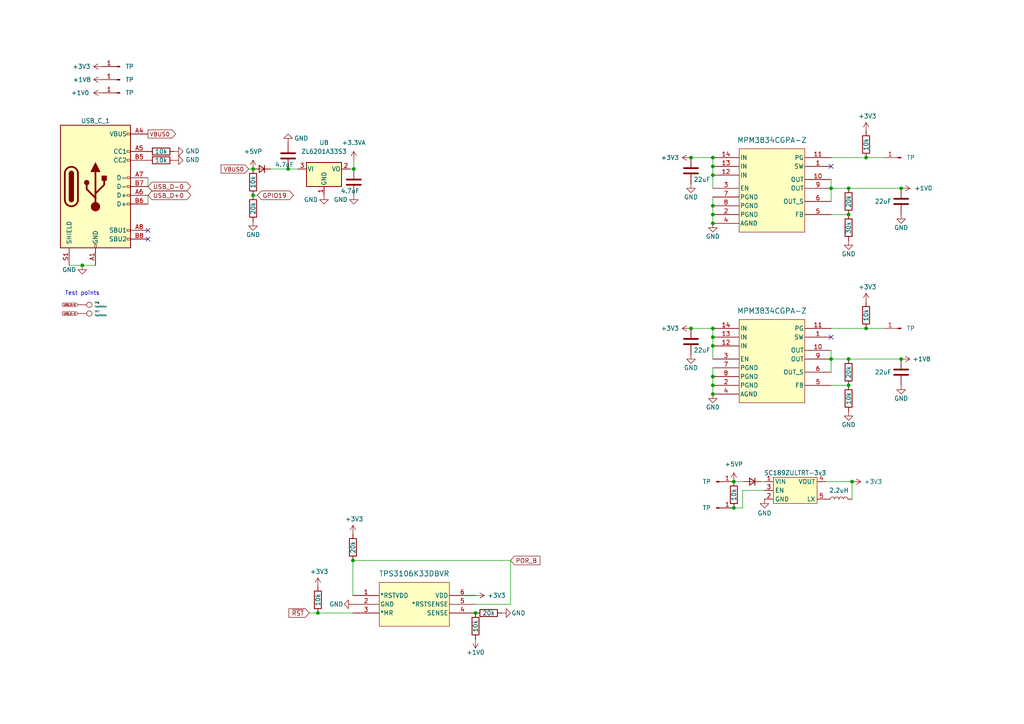
<source format=kicad_sch>
(kicad_sch (version 20231120) (generator "eeschema") (generator_version "8.0")
  (paper "A4")
  (lib_symbols
    (symbol "Connector:Conn_01x01_Pin" (pin_names (offset 1.016) hide)
      (property "Reference" "J" (at 0 2.54 0))
      (property "Value" "Conn_01x01_Pin" (at 0 -2.54 0))
      (symbol "Conn_01x01_Pin_1_1"
        (polyline (pts (xy 1.27 0) (xy 0.8636 0)) (stroke (width 0.1524)))
        (rectangle (start 0.8636 0.127) (end 0 -0.127) (stroke (width 0.1524)) (fill (type outline)))
        (pin passive line (at 5.08 0 180) (length 3.81) (name "Pin_1") (number "1"))
      )
    )
    (symbol "Connector:TestPoint" (pin_numbers hide) (pin_names (offset 0.762) hide)
      (property "Reference" "TP" (at 0 6.858 0))
      (property "Value" "TestPoint" (at 0 5.08 0))
      (symbol "TestPoint_0_1"
        (circle (center 0 3.302) (radius 0.762))
      )
      (symbol "TestPoint_1_1"
        (pin passive line (at 0 0 90) (length 2.54) (name "1") (number "1"))
      )
    )
    (symbol "Connector:USB_C_Receptacle_USB2.0" (pin_names (offset 1.016))
      (property "Reference" "J" (at -10.16 19.05 0))
      (property "Value" "USB_C_Receptacle_USB2.0" (at 19.05 19.05 0))
      (symbol "USB_C_Receptacle_USB2.0_0_0"
        (rectangle (start -0.254 -17.78) (end 0.254 -16.764))
        (rectangle (start 10.16 -14.986) (end 9.144 -15.494))
        (rectangle (start 10.16 -12.446) (end 9.144 -12.954))
        (rectangle (start 10.16 -4.826) (end 9.144 -5.334))
        (rectangle (start 10.16 -2.286) (end 9.144 -2.794))
        (rectangle (start 10.16 0.254) (end 9.144 -0.254))
        (rectangle (start 10.16 2.794) (end 9.144 2.286))
        (rectangle (start 10.16 7.874) (end 9.144 7.366))
        (rectangle (start 10.16 10.414) (end 9.144 9.906))
        (rectangle (start 10.16 15.494) (end 9.144 14.986))
      )
      (symbol "USB_C_Receptacle_USB2.0_0_1"
        (rectangle (start -10.16 17.78) (end 10.16 -17.78) (stroke (width 0.254)) (fill (type background)))
        (arc (start -8.89 -3.81) (mid -6.985 -5.7067) (end -5.08 -3.81) (stroke (width 0.508)))
        (arc (start -7.62 -3.81) (mid -6.985 -4.4423) (end -6.35 -3.81) (stroke (width 0.254)))
        (arc (start -7.62 -3.81) (mid -6.985 -4.4423) (end -6.35 -3.81) (stroke (width 0.254)) (fill (type outline)))
        (rectangle (start -7.62 -3.81) (end -6.35 3.81) (stroke (width 0.254)) (fill (type outline)))
        (arc (start -6.35 3.81) (mid -6.985 4.4423) (end -7.62 3.81) (stroke (width 0.254)))
        (arc (start -6.35 3.81) (mid -6.985 4.4423) (end -7.62 3.81) (stroke (width 0.254)) (fill (type outline)))
        (arc (start -5.08 3.81) (mid -6.985 5.7067) (end -8.89 3.81) (stroke (width 0.508)))
        (circle (center -2.54 1.143) (radius 0.635) (stroke (width 0.254)) (fill (type outline)))
        (circle (center 0 -5.842) (radius 1.27) (fill (type outline)))
        (polyline (pts (xy -8.89 -3.81) (xy -8.89 3.81)) (stroke (width 0.508)))
        (polyline (pts (xy -5.08 3.81) (xy -5.08 -3.81)) (stroke (width 0.508)))
        (polyline (pts (xy 0 -5.842) (xy 0 4.318)) (stroke (width 0.508)))
        (polyline (pts (xy 0 -3.302) (xy -2.54 -0.762) (xy -2.54 0.508)) (stroke (width 0.508)))
        (polyline (pts (xy 0 -2.032) (xy 2.54 0.508) (xy 2.54 1.778)) (stroke (width 0.508)))
        (polyline (pts (xy -1.27 4.318) (xy 0 6.858) (xy 1.27 4.318) (xy -1.27 4.318)) (stroke (width 0.254)) (fill (type outline)))
        (rectangle (start 1.905 1.778) (end 3.175 3.048) (stroke (width 0.254)) (fill (type outline)))
      )
      (symbol "USB_C_Receptacle_USB2.0_1_1"
        (pin passive line (at 0 -22.86 90) (length 5.08) (name "GND") (number "A1"))
        (pin passive line (at 0 -22.86 90) (length 5.08) hide (name "GND") (number "A12"))
        (pin passive line (at 15.24 15.24 180) (length 5.08) (name "VBUS") (number "A4"))
        (pin bidirectional line (at 15.24 10.16 180) (length 5.08) (name "CC1") (number "A5"))
        (pin bidirectional line (at 15.24 -2.54 180) (length 5.08) (name "D+") (number "A6"))
        (pin bidirectional line (at 15.24 2.54 180) (length 5.08) (name "D-") (number "A7"))
        (pin bidirectional line (at 15.24 -12.7 180) (length 5.08) (name "SBU1") (number "A8"))
        (pin passive line (at 15.24 15.24 180) (length 5.08) hide (name "VBUS") (number "A9"))
        (pin passive line (at 0 -22.86 90) (length 5.08) hide (name "GND") (number "B1"))
        (pin passive line (at 0 -22.86 90) (length 5.08) hide (name "GND") (number "B12"))
        (pin passive line (at 15.24 15.24 180) (length 5.08) hide (name "VBUS") (number "B4"))
        (pin bidirectional line (at 15.24 7.62 180) (length 5.08) (name "CC2") (number "B5"))
        (pin bidirectional line (at 15.24 -5.08 180) (length 5.08) (name "D+") (number "B6"))
        (pin bidirectional line (at 15.24 0 180) (length 5.08) (name "D-") (number "B7"))
        (pin bidirectional line (at 15.24 -15.24 180) (length 5.08) (name "SBU2") (number "B8"))
        (pin passive line (at 15.24 15.24 180) (length 5.08) hide (name "VBUS") (number "B9"))
        (pin passive line (at -7.62 -22.86 90) (length 5.08) (name "SHIELD") (number "S1"))
      )
    )
    (symbol "Device:C" (pin_numbers hide) (pin_names (offset 0.254))
      (property "Reference" "C" (at 0.635 2.54 0))
      (property "Value" "C" (at 0.635 -2.54 0))
      (symbol "C_0_1"
        (polyline (pts (xy -2.032 -0.762) (xy 2.032 -0.762)) (stroke (width 0.508)))
        (polyline (pts (xy -2.032 0.762) (xy 2.032 0.762)) (stroke (width 0.508)))
      )
      (symbol "C_1_1"
        (pin passive line (at 0 3.81 270) (length 2.794) (name "~") (number "1"))
        (pin passive line (at 0 -3.81 90) (length 2.794) (name "~") (number "2"))
      )
    )
    (symbol "Device:D_Small" (pin_numbers hide) (pin_names (offset 0.254) hide)
      (property "Reference" "D" (at -1.27 2.032 0))
      (property "Value" "D_Small" (at -3.81 -2.032 0))
      (symbol "D_Small_0_1"
        (polyline (pts (xy -0.762 -1.016) (xy -0.762 1.016)) (stroke (width 0.254)))
        (polyline (pts (xy -0.762 0) (xy 0.762 0)))
        (polyline (pts (xy 0.762 -1.016) (xy -0.762 0) (xy 0.762 1.016) (xy 0.762 -1.016)) (stroke (width 0.254)))
      )
      (symbol "D_Small_1_1"
        (pin passive line (at -2.54 0 0) (length 1.778) (name "K") (number "1"))
        (pin passive line (at 2.54 0 180) (length 1.778) (name "A") (number "2"))
      )
    )
    (symbol "Device:L" (pin_numbers hide) (pin_names (offset 1.016) hide)
      (property "Reference" "L" (at -1.27 0 90))
      (property "Value" "L" (at 1.905 0 90))
      (symbol "L_0_1"
        (arc (start 0 -2.54) (mid 0.6323 -1.905) (end 0 -1.27))
        (arc (start 0 -1.27) (mid 0.6323 -0.635) (end 0 0))
        (arc (start 0 0) (mid 0.6323 0.635) (end 0 1.27))
        (arc (start 0 1.27) (mid 0.6323 1.905) (end 0 2.54))
      )
      (symbol "L_1_1"
        (pin passive line (at 0 3.81 270) (length 1.27) (name "1") (number "1"))
        (pin passive line (at 0 -3.81 90) (length 1.27) (name "2") (number "2"))
      )
    )
    (symbol "Device:R" (pin_numbers hide) (pin_names (offset 0))
      (property "Reference" "R" (at 2.032 0 90))
      (property "Value" "R" (at 0 0 90))
      (symbol "R_0_1"
        (rectangle (start -1.016 -2.54) (end 1.016 2.54) (stroke (width 0.254)))
      )
      (symbol "R_1_1"
        (pin passive line (at 0 3.81 270) (length 1.27) (name "~") (number "1"))
        (pin passive line (at 0 -3.81 90) (length 1.27) (name "~") (number "2"))
      )
    )
    (symbol "ESP32-PRO_Rev_B1:GND" (power) (pin_names (offset 0))
      (property "Value" "GND" (at 0 -3.81 0))
      (symbol "GND_0_1"
        (polyline (pts (xy 0 0) (xy 0 -1.27) (xy 1.27 -1.27) (xy 0 -2.54) (xy -1.27 -1.27) (xy 0 -1.27)))
      )
      (symbol "GND_1_1"
        (pin power_in line (at 0 0 270) (length 0) hide (name "GND") (number "1"))
      )
    )
    (symbol "Personal:MPM3834CGPA-Z" (pin_names (offset 0.254))
      (property "Reference" "U" (at 24.384 11.43 0))
      (property "Value" "MPM3834CGPA-Z" (at 23.368 8.382 0))
      (symbol "MPM3834CGPA-Z_1_1"
        (rectangle (start 13.97 6.35) (end 33.02 -17.78) (fill (type background)))
        (pin unspecified line (at 40.64 1.27 180) (length 7.62) (name "SW") (number "1"))
        (pin power_in line (at 40.64 -2.54 180) (length 7.62) (name "OUT") (number "10"))
        (pin output line (at 40.64 3.81 180) (length 7.62) (name "PG") (number "11"))
        (pin power_in line (at 6.35 -1.27 0) (length 7.62) (name "IN") (number "12"))
        (pin power_in line (at 6.35 1.27 0) (length 7.62) (name "IN") (number "13"))
        (pin power_in line (at 6.35 3.81 0) (length 7.62) (name "IN") (number "14"))
        (pin power_in line (at 6.35 -12.7 0) (length 7.62) (name "PGND") (number "2"))
        (pin unspecified line (at 6.35 -5.08 0) (length 7.62) (name "EN") (number "3"))
        (pin power_in line (at 6.35 -15.24 0) (length 7.62) (name "AGND") (number "4"))
        (pin unspecified line (at 40.64 -12.7 180) (length 7.62) (name "FB") (number "5"))
        (pin output line (at 40.64 -8.89 180) (length 7.62) (name "OUT_S") (number "6"))
        (pin power_in line (at 6.35 -7.62 0) (length 7.62) (name "PGND") (number "7"))
        (pin power_in line (at 6.35 -10.16 0) (length 7.62) (name "PGND") (number "8"))
        (pin power_in line (at 40.64 -5.08 180) (length 7.62) (name "OUT") (number "9"))
      )
    )
    (symbol "Personal:SC189ZULTRT-3.3"
      (property "Value" "SC189ZULTRT-3v3" (at 5.08 0 0))
      (symbol "SC189ZULTRT-3.3_1_1"
        (rectangle (start -1.27 -1.27) (end 11.43 -8.89) (fill (type background)))
        (pin input line (at -3.81 -2.54 0) (length 2.54) (name "VIN") (number "1"))
        (pin input line (at -3.81 -7.62 0) (length 2.54) (name "GND") (number "2"))
        (pin input line (at -3.81 -5.08 0) (length 2.54) (name "EN") (number "3"))
        (pin input line (at 13.97 -2.54 180) (length 2.54) (name "VOUT") (number "4"))
        (pin input line (at 13.97 -7.62 180) (length 2.54) (name "LX") (number "5"))
      )
    )
    (symbol "Personal:TPS3106K33DBVR" (pin_names (offset 0.254))
      (property "Reference" "U" (at 18.542 10.16 0))
      (property "Value" "TPS3106K33DBVR" (at 18.034 6.858 0))
      (symbol "TPS3106K33DBVR_1_1"
        (rectangle (start 7.62 3.81) (end 27.94 -8.89) (fill (type background)))
        (pin output line (at 0 0 0) (length 7.62) (name "*RSTVDD") (number "1"))
        (pin power_in line (at 0 -2.54 0) (length 7.62) (name "GND") (number "2"))
        (pin input line (at 0 -5.08 0) (length 7.62) (name "*MR") (number "3"))
        (pin unspecified line (at 35.56 -5.08 180) (length 7.62) (name "SENSE") (number "4"))
        (pin output line (at 35.56 -2.54 180) (length 7.62) (name "*RSTSENSE") (number "5"))
        (pin power_in line (at 35.56 0 180) (length 7.62) (name "VDD") (number "6"))
      )
    )
    (symbol "Regulator_Linear:XC6206PxxxMR" (pin_names (offset 0.254))
      (property "Reference" "U" (at -3.81 3.175 0))
      (property "Value" "XC6206PxxxMR" (at 0 3.175 0))
      (symbol "XC6206PxxxMR_0_1"
        (rectangle (start -5.08 1.905) (end 5.08 -5.08) (stroke (width 0.254)) (fill (type background)))
      )
      (symbol "XC6206PxxxMR_1_1"
        (pin power_in line (at 0 -7.62 90) (length 2.54) (name "GND") (number "1"))
        (pin power_out line (at 7.62 0 180) (length 2.54) (name "VO") (number "2"))
        (pin power_in line (at -7.62 0 0) (length 2.54) (name "VI") (number "3"))
      )
    )
    (symbol "power:+1V0" (power) (pin_numbers hide) (pin_names (offset 0) hide)
      (property "Value" "+1V0" (at 0 3.556 0))
      (symbol "+1V0_0_1"
        (polyline (pts (xy -0.762 1.27) (xy 0 2.54)))
        (polyline (pts (xy 0 0) (xy 0 2.54)))
        (polyline (pts (xy 0 2.54) (xy 0.762 1.27)))
      )
      (symbol "+1V0_1_1"
        (pin power_in line (at 0 0 90) (length 0) (name "~") (number "1"))
      )
    )
    (symbol "power:+1V8" (power) (pin_numbers hide) (pin_names (offset 0) hide)
      (property "Value" "+1V8" (at 0 3.556 0))
      (symbol "+1V8_0_1"
        (polyline (pts (xy -0.762 1.27) (xy 0 2.54)))
        (polyline (pts (xy 0 0) (xy 0 2.54)))
        (polyline (pts (xy 0 2.54) (xy 0.762 1.27)))
      )
      (symbol "+1V8_1_1"
        (pin power_in line (at 0 0 90) (length 0) (name "~") (number "1"))
      )
    )
    (symbol "power:+3.3VA" (power) (pin_numbers hide) (pin_names (offset 0) hide)
      (property "Value" "+3.3VA" (at 0 3.556 0))
      (symbol "+3.3VA_0_1"
        (polyline (pts (xy -0.762 1.27) (xy 0 2.54)))
        (polyline (pts (xy 0 0) (xy 0 2.54)))
        (polyline (pts (xy 0 2.54) (xy 0.762 1.27)))
      )
      (symbol "+3.3VA_1_1"
        (pin power_in line (at 0 0 90) (length 0) (name "~") (number "1"))
      )
    )
    (symbol "power:+3V3" (power) (pin_names (offset 0))
      (property "Value" "+3V3" (at 0 3.556 0))
      (symbol "+3V3_0_1"
        (polyline (pts (xy -0.762 1.27) (xy 0 2.54)))
        (polyline (pts (xy 0 0) (xy 0 2.54)))
        (polyline (pts (xy 0 2.54) (xy 0.762 1.27)))
      )
      (symbol "+3V3_1_1"
        (pin power_in line (at 0 0 90) (length 0) hide (name "+3V3") (number "1"))
      )
    )
    (symbol "power:+5VP" (power) (pin_numbers hide) (pin_names (offset 0) hide)
      (property "Value" "+5VP" (at 0 3.556 0))
      (symbol "+5VP_0_1"
        (polyline (pts (xy -0.762 1.27) (xy 0 2.54)))
        (polyline (pts (xy 0 0) (xy 0 2.54)))
        (polyline (pts (xy 0 2.54) (xy 0.762 1.27)))
      )
      (symbol "+5VP_1_1"
        (pin power_in line (at 0 0 90) (length 0) (name "~") (number "1"))
      )
    )
    (symbol "power:GND" (power) (pin_names (offset 0))
      (property "Value" "GND" (at 0 -3.81 0))
      (symbol "GND_0_1"
        (polyline (pts (xy 0 0) (xy 0 -1.27) (xy 1.27 -1.27) (xy 0 -2.54) (xy -1.27 -1.27) (xy 0 -1.27)))
      )
      (symbol "GND_1_1"
        (pin power_in line (at 0 0 270) (length 0) hide (name "GND") (number "1"))
      )
    )
  )
  (junction (at 73.406 49.022))
  (junction (at 247.142 139.7))
  (junction (at 137.922 177.8))
  (junction (at 200.406 45.72))
  (junction (at 212.852 139.7))
  (junction (at 206.756 64.77))
  (junction (at 261.366 104.14))
  (junction (at 246.126 111.76))
  (junction (at 83.566 49.022))
  (junction (at 206.756 95.25))
  (junction (at 246.126 104.14))
  (junction (at 212.852 147.32))
  (junction (at 246.126 54.61))
  (junction (at 102.362 162.56))
  (junction (at 23.876 76.962))
  (junction (at 241.046 54.61))
  (junction (at 92.202 177.8))
  (junction (at 251.206 45.72))
  (junction (at 261.366 54.61))
  (junction (at 206.756 62.23))
  (junction (at 73.406 56.642))
  (junction (at 206.756 111.76))
  (junction (at 102.616 49.022))
  (junction (at 206.756 114.3))
  (junction (at 246.126 62.23))
  (junction (at 241.046 104.14))
  (junction (at 206.756 50.8))
  (junction (at 206.756 109.22))
  (junction (at 206.756 97.79))
  (junction (at 206.756 48.26))
  (junction (at 206.756 100.33))
  (junction (at 251.206 95.25))
  (junction (at 200.406 95.25))
  (junction (at 206.756 45.72))
  (junction (at 206.756 59.69))
  (no_connect (at 42.926 69.342))
  (no_connect (at 241.046 48.26))
  (no_connect (at 42.926 66.802))
  (no_connect (at 241.046 97.79))
  (wire (pts (xy 247.142 139.7) (xy 239.522 139.7)))
  (wire (pts (xy 247.142 139.7) (xy 247.142 144.78)))
  (wire (pts (xy 206.756 97.79) (xy 206.756 100.33)))
  (wire (pts (xy 89.662 177.8) (xy 92.202 177.8)))
  (wire (pts (xy 206.756 57.15) (xy 206.756 59.69)))
  (wire (pts (xy 74.676 56.642) (xy 73.406 56.642)))
  (wire (pts (xy 148.082 175.26) (xy 148.082 162.56)))
  (wire (pts (xy 42.926 56.642) (xy 42.926 59.182)))
  (wire (pts (xy 83.566 49.022) (xy 86.36 49.022)))
  (wire (pts (xy 206.756 106.68) (xy 206.756 109.22)))
  (wire (pts (xy 206.756 59.69) (xy 206.756 62.23)))
  (wire (pts (xy 148.082 162.56) (xy 102.362 162.56)))
  (wire (pts (xy 206.756 45.72) (xy 206.756 48.26)))
  (wire (pts (xy 20.066 76.962) (xy 23.876 76.962)))
  (wire (pts (xy 206.756 48.26) (xy 206.756 50.8)))
  (wire (pts (xy 206.756 95.25) (xy 206.756 97.79)))
  (wire (pts (xy 215.392 147.32) (xy 215.392 142.24)))
  (wire (pts (xy 241.046 54.61) (xy 246.126 54.61)))
  (wire (pts (xy 212.852 147.32) (xy 215.392 147.32)))
  (wire (pts (xy 101.6 49.022) (xy 102.616 49.022)))
  (wire (pts (xy 251.206 95.25) (xy 241.046 95.25)))
  (wire (pts (xy 215.646 139.7) (xy 212.852 139.7)))
  (wire (pts (xy 23.876 76.962) (xy 27.686 76.962)))
  (wire (pts (xy 251.206 45.72) (xy 241.046 45.72)))
  (wire (pts (xy 78.486 49.022) (xy 83.566 49.022)))
  (wire (pts (xy 241.046 54.61) (xy 241.046 58.42)))
  (wire (pts (xy 215.392 142.24) (xy 221.742 142.24)))
  (wire (pts (xy 102.362 162.56) (xy 102.362 172.72)))
  (wire (pts (xy 241.046 111.76) (xy 246.126 111.76)))
  (wire (pts (xy 206.756 111.76) (xy 206.756 114.3)))
  (wire (pts (xy 206.756 50.8) (xy 206.756 54.61)))
  (wire (pts (xy 92.202 177.8) (xy 102.362 177.8)))
  (wire (pts (xy 246.126 54.61) (xy 261.366 54.61)))
  (wire (pts (xy 241.046 101.6) (xy 241.046 104.14)))
  (wire (pts (xy 137.922 175.26) (xy 148.082 175.26)))
  (wire (pts (xy 206.756 62.23) (xy 206.756 64.77)))
  (wire (pts (xy 241.046 62.23) (xy 246.126 62.23)))
  (wire (pts (xy 241.046 52.07) (xy 241.046 54.61)))
  (wire (pts (xy 220.726 139.7) (xy 221.742 139.7)))
  (wire (pts (xy 246.126 104.14) (xy 261.366 104.14)))
  (wire (pts (xy 72.136 49.022) (xy 73.406 49.022)))
  (wire (pts (xy 256.286 45.72) (xy 251.206 45.72)))
  (wire (pts (xy 102.616 46.482) (xy 102.616 49.022)))
  (wire (pts (xy 241.046 104.14) (xy 246.126 104.14)))
  (wire (pts (xy 200.406 95.25) (xy 206.756 95.25)))
  (wire (pts (xy 200.406 45.72) (xy 206.756 45.72)))
  (wire (pts (xy 241.046 104.14) (xy 241.046 107.95)))
  (wire (pts (xy 256.286 95.25) (xy 251.206 95.25)))
  (wire (pts (xy 206.756 109.22) (xy 206.756 111.76)))
  (wire (pts (xy 42.926 51.562) (xy 42.926 54.102)))
  (wire (pts (xy 206.756 100.33) (xy 206.756 104.14)))
  (text "Test points" (at 18.796 85.852 0) (effects (font (size 1.1938 1.1938)) (justify left bottom)))
  (global_label "USB_D-0" (shape bidirectional) (at 42.926 54.102 0) (property "Intersheetrefs" "${INTERSHEET_REFS}" (effects (hide yes))))
  (global_label "USB_D+0" (shape input) (at 22.606 88.392 180) (effects (font (size 0.508 0.508))) (property "Intersheetrefs" "${INTERSHEET_REFS}" (effects (hide yes))))
  (global_label "USB_D+0" (shape bidirectional) (at 42.926 56.642 0) (property "Intersheetrefs" "${INTERSHEET_REFS}" (effects (hide yes))))
  (global_label "GPIO19" (shape bidirectional) (at 74.676 56.642 0) (property "Intersheetrefs" "${INTERSHEET_REFS}" (effects (hide yes))))
  (global_label "VBUS0" (shape input) (at 72.136 49.022 180) (effects (font (size 1.1938 1.1938))) (property "Intersheetrefs" "${INTERSHEET_REFS}" (effects (hide yes))))
  (global_label "USB_D-0" (shape input) (at 22.606 90.932 180) (effects (font (size 0.508 0.508))) (property "Intersheetrefs" "${INTERSHEET_REFS}" (effects (hide yes))))
  (global_label "VBUS0" (shape output) (at 42.926 38.862 0) (effects (font (size 1.1938 1.1938))) (property "Intersheetrefs" "${INTERSHEET_REFS}" (effects (hide yes))))
  (global_label "~{RST}" (shape input) (at 89.662 177.8 180) (property "Intersheetrefs" "${INTERSHEET_REFS}" (effects (hide yes))))
  (global_label "POR_B" (shape input) (at 148.082 162.56 0) (property "Intersheetrefs" "${INTERSHEET_REFS}" (effects (hide yes))))
  (symbol (lib_id "power:GND") (at 102.616 56.642 0) (unit 1)
    (property "Reference" "#PWR077" (effects (hide yes)))
    (property "Value" "GND" (at 98.806 57.912 0))
  )
  (symbol (lib_id "Device:R") (at 102.362 158.75 180) (unit 1)
    (property "Reference" "R10" (effects (hide yes)))
    (property "Value" "20k" (at 102.362 158.75 90))
    (property "Footprint" "Capacitor_SMD:C_0402_1005Metric" (effects (hide yes)))
    (property "Description" "Resistor" (effects (hide yes)))
  )
  (symbol (lib_id "Connector:TestPoint") (at 22.606 88.392 270) (unit 1)
    (property "Reference" "TP6" (at 27.3812 87.8332 90) (effects (font (size 0.508 0.508)) (justify left)))
    (property "Value" "TestPoint" (at 27.3812 88.9254 90) (effects (font (size 0.508 0.508)) (justify left)))
    (property "Footprint" "TestPoint:TestPoint_Pad_D1.5mm" (effects (hide yes)))
    (property "LCSC" " " (effects (hide yes)))
  )
  (symbol (lib_id "Device:D_Small") (at 218.186 139.7 180) (unit 1)
    (property "Reference" "D3" (effects (hide yes)))
    (property "Value" "SOD-523 General" (effects (hide yes)))
    (property "Footprint" "Diode_SMD:D_SOD-523" (effects (hide yes)))
  )
  (symbol (lib_id "Connector:Conn_01x01_Pin") (at 207.772 147.32 0) (mirror x) (unit 1)
    (property "Reference" "TP11" (effects (hide yes)))
    (property "Value" "TP" (at 204.978 147.32 0))
    (property "Footprint" "TestPoint:TestPoint_Pad_1.0x1.0mm" (effects (hide yes)))
    (property "Description" "Generic connector, single row, 01x01, script generated" (effects (hide yes)))
  )
  (symbol (lib_id "power:GND") (at 23.876 76.962 0) (unit 1)
    (property "Reference" "#PWR069" (effects (hide yes)))
    (property "Value" "GND" (at 20.066 78.232 0))
  )
  (symbol (lib_id "Device:R") (at 251.206 41.91 180) (unit 1)
    (property "Reference" "R4" (effects (hide yes)))
    (property "Value" "10k" (at 251.206 41.91 90))
    (property "Footprint" "Capacitor_SMD:C_0402_1005Metric" (effects (hide yes)))
    (property "Description" "Resistor" (effects (hide yes)))
  )
  (symbol (lib_id "Device:R") (at 137.922 181.61 0) (unit 1)
    (property "Reference" "R9" (effects (hide yes)))
    (property "Value" "10k" (at 137.922 181.61 90))
    (property "Footprint" "Capacitor_SMD:C_0402_1005Metric" (effects (hide yes)))
    (property "Description" "Resistor" (effects (hide yes)))
  )
  (symbol (lib_id "Personal:MPM3834CGPA-Z") (at 200.406 49.53 0) (unit 1)
    (property "Reference" "U1" (effects (hide yes)))
    (property "Value" "MPM3834CGPA-Z" (at 223.901 40.64 0) (effects (font (size 1.524 1.524))))
    (property "Footprint" "Sync_VT extras:ECLGA-14_MPM3834C_MNP" (effects (hide yes)))
    (property "Datasheet" "MPM3834CGPA-Z" (effects (hide yes)))
  )
  (symbol (lib_id "power:+3V3") (at 251.206 38.1 0) (unit 1)
    (property "Reference" "#PWR03" (effects (hide yes)))
    (property "Value" "+3V3" (at 251.587 33.7058 0))
  )
  (symbol (lib_id "Device:C") (at 200.406 49.53 0) (unit 1)
    (property "Reference" "C10" (effects (hide yes)))
    (property "Value" "22uF" (at 201.168 52.07 0) (effects (justify left)))
    (property "Footprint" "Capacitor_SMD:C_0402_1005Metric" (effects (hide yes)))
    (property "Description" "Unpolarized capacitor" (effects (hide yes)))
  )
  (symbol (lib_id "ESP32-PRO_Rev_B1:GND") (at 206.756 64.77 0) (unit 1)
    (property "Reference" "#PWR08" (effects (hide yes)))
    (property "Value" "GND" (at 206.756 68.58 0))
  )
  (symbol (lib_id "Device:C") (at 200.406 99.06 0) (unit 1)
    (property "Reference" "C8" (effects (hide yes)))
    (property "Value" "22uF" (at 201.168 101.6 0) (effects (justify left)))
    (property "Footprint" "Capacitor_SMD:C_0402_1005Metric" (effects (hide yes)))
    (property "Description" "Unpolarized capacitor" (effects (hide yes)))
  )
  (symbol (lib_id "Device:R") (at 251.206 91.44 180) (unit 1)
    (property "Reference" "R6" (effects (hide yes)))
    (property "Value" "10k" (at 251.206 91.44 90))
    (property "Footprint" "Capacitor_SMD:C_0402_1005Metric" (effects (hide yes)))
    (property "Description" "Resistor" (effects (hide yes)))
  )
  (symbol (lib_id "ESP32-PRO_Rev_B1:GND") (at 102.362 175.26 270) (mirror x) (unit 1)
    (property "Reference" "#PWR028" (effects (hide yes)))
    (property "Value" "GND" (at 97.536 175.26 90))
  )
  (symbol (lib_id "ESP32-PRO_Rev_B1:GND") (at 200.406 53.34 0) (unit 1)
    (property "Reference" "#PWR09" (effects (hide yes)))
    (property "Value" "GND" (at 200.406 57.15 0))
  )
  (symbol (lib_id "power:+3V3") (at 251.206 87.63 0) (unit 1)
    (property "Reference" "#PWR019" (effects (hide yes)))
    (property "Value" "+3V3" (at 251.587 83.2358 0))
  )
  (symbol (lib_id "Device:C") (at 83.566 45.212 0) (unit 1)
    (property "Reference" "C36" (effects (hide yes)))
    (property "Value" "4.7uF" (at 79.756 47.752 0) (effects (justify left)))
    (property "Footprint" "Capacitor_SMD:C_0402_1005Metric" (effects (hide yes)))
    (property "LCSC" " " (effects (hide yes)))
  )
  (symbol (lib_id "power:+3V3") (at 247.142 139.7 270) (unit 1)
    (property "Reference" "#PWR0105" (effects (hide yes)))
    (property "Value" "+3V3" (at 253.238 139.7 90))
  )
  (symbol (lib_id "Device:R") (at 246.126 58.42 180) (unit 1)
    (property "Reference" "R1" (effects (hide yes)))
    (property "Value" "20k" (at 246.126 58.42 90))
    (property "Footprint" "Capacitor_SMD:C_0402_1005Metric" (effects (hide yes)))
    (property "Description" "Resistor" (effects (hide yes)))
  )
  (symbol (lib_id "Connector:Conn_01x01_Pin") (at 207.772 139.7 0) (mirror x) (unit 1)
    (property "Reference" "TP10" (effects (hide yes)))
    (property "Value" "TP" (at 204.978 139.7 0))
    (property "Footprint" "TestPoint:TestPoint_Pad_1.0x1.0mm" (effects (hide yes)))
    (property "Description" "Generic connector, single row, 01x01, script generated" (effects (hide yes)))
  )
  (symbol (lib_id "Device:D_Small") (at 75.946 49.022 180) (unit 1)
    (property "Reference" "D4" (effects (hide yes)))
    (property "Value" "SOD-523 General" (effects (hide yes)))
    (property "Footprint" "Diode_SMD:D_SOD-523" (effects (hide yes)))
  )
  (symbol (lib_id "power:GND") (at 83.566 41.402 180) (unit 1)
    (property "Reference" "#PWR074" (effects (hide yes)))
    (property "Value" "GND" (at 87.376 40.132 0))
  )
  (symbol (lib_id "power:+1V8") (at 29.718 23.114 90) (mirror x) (unit 1)
    (property "Reference" "#PWR031" (effects (hide yes)))
    (property "Value" "+1V8" (at 26.416 23.114 90) (effects (justify left)))
    (property "Description" "Power symbol creates a global label with name \"+1V8\"" (effects (hide yes)))
  )
  (symbol (lib_id "ESP32-PRO_Rev_B1:GND") (at 200.406 102.87 0) (unit 1)
    (property "Reference" "#PWR015" (effects (hide yes)))
    (property "Value" "GND" (at 200.406 106.68 0))
  )
  (symbol (lib_id "Regulator_Linear:XC6206PxxxMR") (at 93.98 49.022 0) (unit 1)
    (property "Reference" "U8" (at 93.98 41.402 0))
    (property "Value" "ZL6201A33S3" (at 93.98 43.942 0))
    (property "Footprint" "Package_TO_SOT_SMD:SOT-23" (effects (hide yes)))
    (property "Datasheet" "https://www.torexsemi.com/file/xc6206/XC6206.pdf" (effects (hide yes)))
  )
  (symbol (lib_id "power:+3.3VA") (at 102.616 46.482 0) (unit 1)
    (property "Reference" "#PWR076" (effects (hide yes)))
    (property "Value" "+3.3VA" (at 102.616 41.402 0))
    (property "Description" "Power symbol creates a global label with name \"+3.3VA\"" (effects (hide yes)))
  )
  (symbol (lib_id "ESP32-PRO_Rev_B1:GND") (at 261.366 111.76 0) (unit 1)
    (property "Reference" "#PWR023" (effects (hide yes)))
    (property "Value" "GND" (at 261.366 115.57 0))
  )
  (symbol (lib_id "power:+3V3") (at 137.922 172.72 270) (unit 1)
    (property "Reference" "#PWR027" (effects (hide yes)))
    (property "Value" "+3V3" (at 144.018 172.72 90))
  )
  (symbol (lib_id "ESP32-PRO_Rev_B1:GND") (at 246.126 119.38 0) (unit 1)
    (property "Reference" "#PWR018" (effects (hide yes)))
    (property "Value" "GND" (at 246.126 123.19 0))
  )
  (symbol (lib_id "power:+3V3") (at 200.406 45.72 90) (unit 1)
    (property "Reference" "#PWR010" (effects (hide yes)))
    (property "Value" "+3V3" (at 194.31 45.72 90))
  )
  (symbol (lib_id "power:+3V3") (at 92.202 170.18 0) (unit 1)
    (property "Reference" "#PWR024" (effects (hide yes)))
    (property "Value" "+3V3" (at 92.583 165.7858 0))
  )
  (symbol (lib_id "Device:R") (at 73.406 60.452 180) (unit 1)
    (property "Reference" "R36" (effects (hide yes)))
    (property "Value" "20k" (at 73.406 60.452 90))
    (property "Footprint" "Capacitor_SMD:C_0402_1005Metric" (effects (hide yes)))
    (property "Description" "Resistor" (effects (hide yes)))
  )
  (symbol (lib_id "power:+1V0") (at 137.922 185.42 180) (unit 1)
    (property "Reference" "#PWR026" (effects (hide yes)))
    (property "Value" "+1V0" (at 137.922 189.23 0))
    (property "Description" "Power symbol creates a global label with name \"+1V0\"" (effects (hide yes)))
  )
  (symbol (lib_id "ESP32-PRO_Rev_B1:GND") (at 261.366 62.23 0) (unit 1)
    (property "Reference" "#PWR06" (effects (hide yes)))
    (property "Value" "GND" (at 261.366 66.04 0))
  )
  (symbol (lib_id "power:+3V3") (at 200.406 95.25 90) (unit 1)
    (property "Reference" "#PWR013" (effects (hide yes)))
    (property "Value" "+3V3" (at 194.31 95.25 90))
  )
  (symbol (lib_id "power:GND") (at 221.742 144.78 0) (mirror y) (unit 1)
    (property "Reference" "#PWR0104" (effects (hide yes)))
    (property "Value" "GND" (at 221.742 148.844 0))
  )
  (symbol (lib_id "Device:R") (at 46.736 46.482 90) (unit 1)
    (property "Reference" "R34" (effects (hide yes)))
    (property "Value" "10k" (at 46.736 46.482 90))
    (property "Footprint" "Capacitor_SMD:C_0402_1005Metric" (effects (hide yes)))
    (property "Description" "Resistor" (effects (hide yes)))
  )
  (symbol (lib_id "Device:R") (at 246.126 107.95 180) (unit 1)
    (property "Reference" "R3" (effects (hide yes)))
    (property "Value" "20k" (at 246.126 107.95 90))
    (property "Footprint" "Capacitor_SMD:C_0402_1005Metric" (effects (hide yes)))
    (property "Description" "Resistor" (effects (hide yes)))
  )
  (symbol (lib_id "power:GND") (at 73.406 64.262 0) (unit 1)
    (property "Reference" "#PWR073" (effects (hide yes)))
    (property "Value" "GND" (at 73.406 68.072 0))
  )
  (symbol (lib_id "Connector:Conn_01x01_Pin") (at 34.798 26.924 0) (mirror y) (unit 1)
    (property "Reference" "TP5" (effects (hide yes)))
    (property "Value" "TP" (at 37.592 26.924 0))
    (property "Footprint" "TestPoint:TestPoint_Pad_1.0x1.0mm" (effects (hide yes)))
    (property "Description" "Generic connector, single row, 01x01, script generated" (effects (hide yes)))
  )
  (symbol (lib_id "Device:R") (at 73.406 52.832 180) (unit 1)
    (property "Reference" "R35" (effects (hide yes)))
    (property "Value" "10k" (at 73.406 52.832 90))
    (property "Footprint" "Capacitor_SMD:C_0402_1005Metric" (effects (hide yes)))
    (property "Description" "Resistor" (effects (hide yes)))
  )
  (symbol (lib_id "Device:L") (at 243.332 144.78 90) (unit 1)
    (property "Reference" "L1" (effects (hide yes)))
    (property "Value" "2.2uH" (at 243.332 142.24 90))
    (property "Footprint" "Capacitor_SMD:C_1812_4532Metric" (effects (hide yes)))
    (property "Description" "LQH43PN2R2M26L" (effects (hide yes)))
  )
  (symbol (lib_id "Device:C") (at 261.366 107.95 180) (unit 1)
    (property "Reference" "C5" (effects (hide yes)))
    (property "Value" "22uF" (at 258.572 107.95 0) (effects (justify left)))
    (property "Footprint" "Capacitor_SMD:C_0402_1005Metric" (effects (hide yes)))
    (property "Description" "Unpolarized capacitor" (effects (hide yes)))
  )
  (symbol (lib_id "Connector:Conn_01x01_Pin") (at 34.798 19.304 0) (mirror y) (unit 1)
    (property "Reference" "TP3" (effects (hide yes)))
    (property "Value" "TP" (at 37.592 19.304 0))
    (property "Footprint" "TestPoint:TestPoint_Pad_1.0x1.0mm" (effects (hide yes)))
    (property "Description" "Generic connector, single row, 01x01, script generated" (effects (hide yes)))
  )
  (symbol (lib_id "power:+5VP") (at 212.852 139.7 0) (unit 1)
    (property "Reference" "#PWR0103" (effects (hide yes)))
    (property "Value" "+5VP" (at 212.852 134.62 0))
    (property "Description" "Power symbol creates a global label with name \"+5VP\"" (effects (hide yes)))
  )
  (symbol (lib_id "power:+3V3") (at 102.362 154.94 0) (unit 1)
    (property "Reference" "#PWR029" (effects (hide yes)))
    (property "Value" "+3V3" (at 102.743 150.5458 0))
  )
  (symbol (lib_id "power:+3V3") (at 29.718 19.304 90) (unit 1)
    (property "Reference" "#PWR030" (effects (hide yes)))
    (property "Value" "+3V3" (at 23.622 19.304 90))
  )
  (symbol (lib_id "Device:R") (at 246.126 115.57 180) (unit 1)
    (property "Reference" "R5" (effects (hide yes)))
    (property "Value" "10k" (at 246.126 115.57 90))
    (property "Footprint" "Capacitor_SMD:C_0402_1005Metric" (effects (hide yes)))
    (property "Description" "Resistor" (effects (hide yes)))
  )
  (symbol (lib_id "Connector:Conn_01x01_Pin") (at 261.366 45.72 0) (mirror y) (unit 1)
    (property "Reference" "TP2" (effects (hide yes)))
    (property "Value" "TP" (at 264.16 45.72 0))
    (property "Footprint" "TestPoint:TestPoint_Pad_1.0x1.0mm" (effects (hide yes)))
    (property "Description" "Generic connector, single row, 01x01, script generated" (effects (hide yes)))
  )
  (symbol (lib_id "Personal:SC189ZULTRT-3.3") (at 225.552 137.16 0) (unit 1)
    (property "Reference" "U11" (effects (hide yes)))
    (property "Value" "SC189ZULTRT-3v3" (at 230.632 137.16 0))
    (property "Footprint" "Package_TO_SOT_SMD:SOT-23-5" (effects (hide yes)))
    (property "Datasheet" "https://www.digikey.com/en/products/detail/semtech-corporation/SC189ZULTRT/2182334" (effects (hide yes)))
  )
  (symbol (lib_id "power:+1V8") (at 261.366 104.14 270) (unit 1)
    (property "Reference" "#PWR022" (effects (hide yes)))
    (property "Value" "+1V8" (at 264.668 104.14 90) (effects (justify left)))
    (property "Description" "Power symbol creates a global label with name \"+1V8\"" (effects (hide yes)))
  )
  (symbol (lib_id "Device:R") (at 212.852 143.51 0) (unit 1)
    (property "Reference" "R38" (effects (hide yes)))
    (property "Value" "10k" (at 212.852 143.51 90))
    (property "Footprint" "Capacitor_SMD:C_0402_1005Metric" (effects (hide yes)))
    (property "Description" "Resistor" (effects (hide yes)))
  )
  (symbol (lib_id "Device:C") (at 261.366 58.42 180) (unit 1)
    (property "Reference" "C11" (effects (hide yes)))
    (property "Value" "22uF" (at 258.572 58.42 0) (effects (justify left)))
    (property "Footprint" "Capacitor_SMD:C_0402_1005Metric" (effects (hide yes)))
    (property "Description" "Unpolarized capacitor" (effects (hide yes)))
  )
  (symbol (lib_id "power:GND") (at 50.546 46.482 90) (unit 1)
    (property "Reference" "#PWR071" (effects (hide yes)))
    (property "Value" "GND" (at 53.7972 46.355 90) (effects (justify right)))
  )
  (symbol (lib_id "Device:R") (at 246.126 66.04 180) (unit 1)
    (property "Reference" "R2" (effects (hide yes)))
    (property "Value" "30k" (at 246.126 66.04 90))
    (property "Footprint" "Capacitor_SMD:C_0402_1005Metric" (effects (hide yes)))
    (property "Description" "Resistor" (effects (hide yes)))
  )
  (symbol (lib_id "power:GND") (at 50.546 43.942 90) (unit 1)
    (property "Reference" "#PWR070" (effects (hide yes)))
    (property "Value" "GND" (at 53.7972 43.815 90) (effects (justify right)))
  )
  (symbol (lib_id "power:+5VP") (at 73.406 49.022 0) (unit 1)
    (property "Reference" "#PWR072" (effects (hide yes)))
    (property "Value" "+5VP" (at 73.406 43.942 0))
    (property "Description" "Power symbol creates a global label with name \"+5VP\"" (effects (hide yes)))
  )
  (symbol (lib_id "Connector:USB_C_Receptacle_USB2.0") (at 27.686 54.102 0) (unit 1)
    (property "Reference" "USB_C_ESP1" (effects (hide yes)))
    (property "Value" "USB_C_1" (at 27.686 35.052 0))
    (property "Footprint" "Connector_USB:USB_C_Receptacle_GCT_USB4105-xx-A_16P_TopMnt_Horizontal" (effects (hide yes)))
    (property "Datasheet" "https://www.usb.org/sites/default/files/documents/usb_type-c.zip" (effects (hide yes)))
  )
  (symbol (lib_id "Connector:Conn_01x01_Pin") (at 261.366 95.25 0) (mirror y) (unit 1)
    (property "Reference" "TP1" (effects (hide yes)))
    (property "Value" "TP" (at 264.16 95.25 0))
    (property "Footprint" "TestPoint:TestPoint_Pad_1.0x1.0mm" (effects (hide yes)))
    (property "Description" "Generic connector, single row, 01x01, script generated" (effects (hide yes)))
  )
  (symbol (lib_id "Connector:Conn_01x01_Pin") (at 34.798 23.114 0) (mirror y) (unit 1)
    (property "Reference" "TP4" (effects (hide yes)))
    (property "Value" "TP" (at 37.592 23.114 0))
    (property "Footprint" "TestPoint:TestPoint_Pad_1.0x1.0mm" (effects (hide yes)))
    (property "Description" "Generic connector, single row, 01x01, script generated" (effects (hide yes)))
  )
  (symbol (lib_id "Device:C") (at 102.616 52.832 0) (unit 1)
    (property "Reference" "C37" (effects (hide yes)))
    (property "Value" "4.7uF" (at 98.806 55.372 0) (effects (justify left)))
    (property "Footprint" "Capacitor_SMD:C_0402_1005Metric" (effects (hide yes)))
    (property "LCSC" " " (effects (hide yes)))
  )
  (symbol (lib_id "Personal:MPM3834CGPA-Z") (at 200.406 99.06 0) (unit 1)
    (property "Reference" "U2" (effects (hide yes)))
    (property "Value" "MPM3834CGPA-Z" (at 223.901 90.17 0) (effects (font (size 1.524 1.524))))
    (property "Footprint" "Sync_VT extras:ECLGA-14_MPM3834C_MNP" (effects (hide yes)))
    (property "Datasheet" "MPM3834CGPA-Z" (effects (hide yes)))
  )
  (symbol (lib_id "ESP32-PRO_Rev_B1:GND") (at 206.756 114.3 0) (unit 1)
    (property "Reference" "#PWR017" (effects (hide yes)))
    (property "Value" "GND" (at 206.756 118.11 0))
  )
  (symbol (lib_id "ESP32-PRO_Rev_B1:GND") (at 145.542 177.8 90) (unit 1)
    (property "Reference" "#PWR025" (effects (hide yes)))
    (property "Value" "GND" (at 150.368 177.8 90))
  )
  (symbol (lib_id "Device:R") (at 92.202 173.99 180) (unit 1)
    (property "Reference" "R7" (effects (hide yes)))
    (property "Value" "10k" (at 92.202 173.99 90))
    (property "Footprint" "Capacitor_SMD:C_0402_1005Metric" (effects (hide yes)))
    (property "Description" "Resistor" (effects (hide yes)))
  )
  (symbol (lib_id "Device:R") (at 46.736 43.942 90) (unit 1)
    (property "Reference" "R33" (effects (hide yes)))
    (property "Value" "10k" (at 46.736 43.942 90))
    (property "Footprint" "Capacitor_SMD:C_0402_1005Metric" (effects (hide yes)))
    (property "Description" "Resistor" (effects (hide yes)))
  )
  (symbol (lib_id "ESP32-PRO_Rev_B1:GND") (at 246.126 69.85 0) (unit 1)
    (property "Reference" "#PWR016" (effects (hide yes)))
    (property "Value" "GND" (at 246.126 73.66 0))
  )
  (symbol (lib_id "Device:R") (at 141.732 177.8 90) (unit 1)
    (property "Reference" "R8" (effects (hide yes)))
    (property "Value" "20k" (at 141.732 177.8 90))
    (property "Footprint" "Capacitor_SMD:C_0402_1005Metric" (effects (hide yes)))
    (property "Description" "Resistor" (effects (hide yes)))
  )
  (symbol (lib_id "power:GND") (at 93.98 56.642 0) (unit 1)
    (property "Reference" "#PWR075" (effects (hide yes)))
    (property "Value" "GND" (at 90.17 57.912 0))
  )
  (symbol (lib_id "power:+1V0") (at 29.718 26.924 90) (mirror x) (unit 1)
    (property "Reference" "#PWR032" (effects (hide yes)))
    (property "Value" "+1V0" (at 25.908 26.9239 90) (effects (justify left)))
    (property "Description" "Power symbol creates a global label with name \"+1V0\"" (effects (hide yes)))
  )
  (symbol (lib_id "Personal:TPS3106K33DBVR") (at 102.362 172.72 0) (unit 1)
    (property "Reference" "U4" (effects (hide yes)))
    (property "Value" "TPS3106K33DBVR" (at 120.142 166.37 0) (effects (font (size 1.524 1.524))))
    (property "Footprint" "Sync_VT extras:DBV6-L" (effects (hide yes)))
    (property "Datasheet" "TPS3106K33DBVR" (effects (hide yes)))
  )
  (symbol (lib_id "Connector:TestPoint") (at 22.606 90.932 270) (unit 1)
    (property "Reference" "TP7" (at 27.3812 90.3732 90) (effects (font (size 0.508 0.508)) (justify left)))
    (property "Value" "TestPoint" (at 27.3812 91.4654 90) (effects (font (size 0.508 0.508)) (justify left)))
    (property "Footprint" "TestPoint:TestPoint_Pad_D1.5mm" (effects (hide yes)))
    (property "LCSC" " " (effects (hide yes)))
  )
  (symbol (lib_id "power:+1V0") (at 261.366 54.61 270) (unit 1)
    (property "Reference" "#PWR011" (effects (hide yes)))
    (property "Value" "+1V0" (at 265.176 54.6099 90) (effects (justify left)))
    (property "Description" "Power symbol creates a global label with name \"+1V0\"" (effects (hide yes)))
  )
)
</source>
